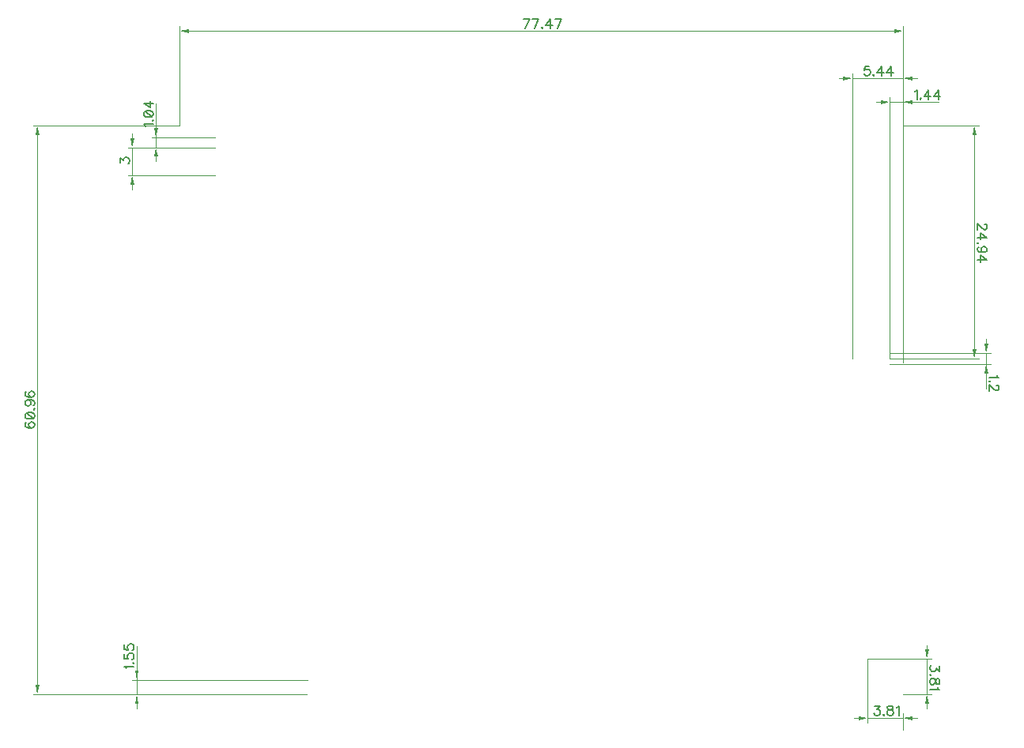
<source format=gbr>
G04 DipTrace 3.3.0.1*
G04 TopDimension.gbr*
%MOMM*%
G04 #@! TF.FileFunction,Drawing,Top*
G04 #@! TF.Part,Single*
%ADD13C,0.035*%
%ADD78C,0.15686*%
%FSLAX35Y35*%
G04*
G71*
G90*
G75*
G01*
G04 TopDimension*
%LPD*%
X1000000Y7096000D2*
D13*
Y8162000D1*
X8747000Y7096000D2*
Y8162000D1*
X4873500Y8112000D2*
X1100000D1*
G36*
X1000000D2*
X1100000Y8132000D1*
Y8092000D1*
X1000000Y8112000D1*
G37*
X4873500D2*
D13*
X8647000D1*
G36*
X8747000D2*
X8647000Y8092000D1*
Y8132000D1*
X8747000Y8112000D1*
G37*
X1000000Y7096000D2*
D13*
X-574000D1*
X1000000Y1000000D2*
X-574000D1*
X-524000Y4048000D2*
Y6996000D1*
G36*
Y7096000D2*
X-504000Y6996000D1*
X-544000D1*
X-524000Y7096000D1*
G37*
Y4048000D2*
D13*
Y1100000D1*
G36*
Y1000000D2*
X-544000Y1100000D1*
X-504000D1*
X-524000Y1000000D1*
G37*
X1381000Y6865000D2*
D13*
X442000D1*
X1381000Y6565000D2*
X442000D1*
X492000Y6865000D2*
Y6565000D1*
Y7015000D2*
Y6965000D1*
G36*
Y6865000D2*
X472000Y6965000D1*
X512000D1*
X492000Y6865000D1*
G37*
Y6415000D2*
D13*
Y6465000D1*
G36*
Y6565000D2*
X512000Y6465000D1*
X472000D1*
X492000Y6565000D1*
G37*
X1381000Y6865000D2*
D13*
X696000D1*
X1381000Y6969000D2*
X696000D1*
X746000D2*
Y6865000D1*
Y7119000D2*
Y7069000D1*
G36*
Y6969000D2*
X726000Y7069000D1*
X766000D1*
X746000Y6969000D1*
G37*
Y6715000D2*
D13*
Y6765000D1*
G36*
Y6865000D2*
X766000Y6765000D1*
X726000D1*
X746000Y6865000D1*
G37*
Y7338205D2*
D13*
Y6969000D1*
X8603000Y4662000D2*
X9686000D1*
X8603000Y4542000D2*
X9686000D1*
X9636000Y4662000D2*
Y4542000D1*
Y4812000D2*
Y4762000D1*
G36*
Y4662000D2*
X9616000Y4762000D1*
X9656000D1*
X9636000Y4662000D1*
G37*
Y4392000D2*
D13*
Y4442000D1*
G36*
Y4542000D2*
X9656000Y4442000D1*
X9616000D1*
X9636000Y4542000D1*
G37*
Y4277055D2*
D13*
Y4662000D1*
X8366000Y1381000D2*
Y696000D1*
X8747000Y619000D2*
Y796000D1*
X8366000Y746000D2*
X8747000D1*
X8216000D2*
X8266000D1*
G36*
X8366000D2*
X8266000Y726000D1*
Y766000D1*
X8366000Y746000D1*
G37*
X8897000D2*
D13*
X8847000D1*
G36*
X8747000D2*
X8847000Y766000D1*
Y726000D1*
X8747000Y746000D1*
G37*
X8366000Y1381000D2*
D13*
X9051000D1*
X8747000Y1000000D2*
X9051000D1*
X9001000Y1381000D2*
Y1000000D1*
Y1531000D2*
Y1481000D1*
G36*
Y1381000D2*
X8981000Y1481000D1*
X9021000D1*
X9001000Y1381000D1*
G37*
Y850000D2*
D13*
Y900000D1*
G36*
Y1000000D2*
X9021000Y900000D1*
X8981000D1*
X9001000Y1000000D1*
G37*
X8603000Y4602000D2*
D13*
X9559000D1*
X8747000Y7096000D2*
X9559000D1*
X9509000Y5849000D2*
Y4702000D1*
G36*
Y4602000D2*
X9489000Y4702000D1*
X9529000D1*
X9509000Y4602000D1*
G37*
Y5849000D2*
D13*
Y6996000D1*
G36*
Y7096000D2*
X9529000Y6996000D1*
X9489000D1*
X9509000Y7096000D1*
G37*
X8603000Y4602000D2*
D13*
Y7400000D1*
X8747000Y4683000D2*
Y7400000D1*
X8603000Y7350000D2*
X8747000D1*
X8453000D2*
X8503000D1*
G36*
X8603000D2*
X8503000Y7330000D1*
Y7370000D1*
X8603000Y7350000D1*
G37*
X8897000D2*
D13*
X8847000D1*
G36*
X8747000D2*
X8847000Y7370000D1*
Y7330000D1*
X8747000Y7350000D1*
G37*
X9121035D2*
D13*
X8747000D1*
X8203000Y4602000D2*
Y7654000D1*
X8747000Y4556000D2*
Y7654000D1*
X8203000Y7604000D2*
X8747000D1*
X8053000D2*
X8103000D1*
G36*
X8203000D2*
X8103000Y7584000D1*
Y7624000D1*
X8203000Y7604000D1*
G37*
X8897000D2*
D13*
X8847000D1*
G36*
X8747000D2*
X8847000Y7624000D1*
Y7584000D1*
X8747000Y7604000D1*
G37*
X2360653Y999440D2*
D13*
X488977D1*
X2363953Y1154420D2*
X488977D1*
X538977D2*
Y999440D1*
Y1304420D2*
Y1254420D1*
G36*
Y1154420D2*
X518977Y1254420D1*
X558977D1*
X538977Y1154420D1*
G37*
Y849440D2*
D13*
Y899440D1*
G36*
Y999440D2*
X558977Y899440D1*
X518977D1*
X538977Y999440D1*
G37*
Y1518796D2*
D13*
Y1154420D1*
X4694610Y8143015D2*
D78*
X4743240Y8244991D1*
X4675181D1*
X4794041Y8143015D2*
X4842671Y8244991D1*
X4774612D1*
X4878872Y8152786D2*
X4874043Y8147845D1*
X4878872Y8143015D1*
X4883814Y8147845D1*
X4878872Y8152786D1*
X4963816Y8143015D2*
Y8244991D1*
X4915186Y8177045D1*
X4988074D1*
X5038876Y8143015D2*
X5087505Y8244991D1*
X5019447D1*
X-642503Y3917740D2*
X-652161Y3912910D1*
X-656991Y3898310D1*
Y3888652D1*
X-652161Y3874052D1*
X-637561Y3864281D1*
X-613303Y3859452D1*
X-589045D1*
X-569615Y3864281D1*
X-559845Y3874052D1*
X-555015Y3888652D1*
Y3893481D1*
X-559845Y3907969D1*
X-569615Y3917740D1*
X-584215Y3922569D1*
X-589045D1*
X-603645Y3917740D1*
X-613303Y3907969D1*
X-618132Y3893481D1*
Y3888652D1*
X-613303Y3874052D1*
X-603645Y3864281D1*
X-589045Y3859452D1*
X-656991Y3983141D2*
X-652161Y3968541D1*
X-637561Y3958771D1*
X-613303Y3953941D1*
X-598703D1*
X-574445Y3958771D1*
X-559845Y3968541D1*
X-555015Y3983141D1*
Y3992800D1*
X-559845Y4007400D1*
X-574445Y4017058D1*
X-598703Y4022000D1*
X-613303D1*
X-637561Y4017058D1*
X-652161Y4007400D1*
X-656991Y3992800D1*
Y3983141D1*
X-637561Y4017058D2*
X-574445Y3958771D1*
X-564786Y4058202D2*
X-559845Y4053372D1*
X-555015Y4058202D1*
X-559845Y4063143D1*
X-564786Y4058202D1*
X-623074Y4157745D2*
X-608474Y4152803D1*
X-598703Y4143145D1*
X-593874Y4128545D1*
Y4123716D1*
X-598703Y4109116D1*
X-608474Y4099457D1*
X-623074Y4094516D1*
X-627903D1*
X-642503Y4099457D1*
X-652161Y4109116D1*
X-656991Y4123716D1*
Y4128545D1*
X-652161Y4143145D1*
X-642503Y4152803D1*
X-623074Y4157745D1*
X-598703D1*
X-574445Y4152803D1*
X-559845Y4143145D1*
X-555015Y4128545D1*
Y4118886D1*
X-559845Y4104286D1*
X-569615Y4099457D1*
X-642503Y4247405D2*
X-652161Y4242576D1*
X-656991Y4227976D1*
Y4218317D1*
X-652161Y4203717D1*
X-637561Y4193947D1*
X-613303Y4189117D1*
X-589045D1*
X-569615Y4193947D1*
X-559845Y4203717D1*
X-555015Y4218317D1*
Y4223147D1*
X-559845Y4237634D1*
X-569615Y4247405D1*
X-584215Y4252234D1*
X-589045D1*
X-603645Y4247405D1*
X-613303Y4237634D1*
X-618132Y4223147D1*
Y4218317D1*
X-613303Y4203717D1*
X-603645Y4193947D1*
X-589045Y4189117D1*
X359009Y6698585D2*
Y6751931D1*
X397868Y6722843D1*
Y6737443D1*
X402697Y6747102D1*
X407526Y6751931D1*
X422126Y6756872D1*
X431785D1*
X446385Y6751931D1*
X456155Y6742272D1*
X460985Y6727672D1*
Y6713072D1*
X456155Y6698585D1*
X451214Y6693755D1*
X441555Y6688814D1*
X632439Y7092529D2*
X627497Y7102300D1*
X613009Y7116900D1*
X714985D1*
X705214Y7153102D2*
X710155Y7148273D1*
X714985Y7153102D1*
X710155Y7158043D1*
X705214Y7153102D1*
X613009Y7218616D2*
X617839Y7204016D1*
X632439Y7194245D1*
X656697Y7189416D1*
X671297D1*
X695555Y7194245D1*
X710155Y7204016D1*
X714985Y7218616D1*
Y7228275D1*
X710155Y7242875D1*
X695555Y7252533D1*
X671297Y7257475D1*
X656697D1*
X632439Y7252533D1*
X617839Y7242875D1*
X613009Y7228275D1*
Y7218616D1*
X632439Y7252533D2*
X695555Y7194245D1*
X714985Y7337476D2*
X613009D1*
X680955Y7288847D1*
Y7361735D1*
X9749561Y4418471D2*
X9754503Y4408700D1*
X9768991Y4394100D1*
X9667015D1*
X9676786Y4357898D2*
X9671845Y4362727D1*
X9667015Y4357898D1*
X9671845Y4352957D1*
X9676786Y4357898D1*
X9744732Y4316642D2*
X9749561D1*
X9759332Y4311813D1*
X9764161Y4306984D1*
X9768991Y4297213D1*
Y4277784D1*
X9764161Y4268125D1*
X9759332Y4263296D1*
X9749561Y4258355D1*
X9739903D1*
X9730132Y4263296D1*
X9715645Y4272955D1*
X9667015Y4321584D1*
Y4253525D1*
X8441982Y878991D2*
X8495328D1*
X8466240Y840132D1*
X8480840D1*
X8490499Y835303D1*
X8495328Y830474D1*
X8500270Y815874D1*
Y806215D1*
X8495328Y791615D1*
X8485670Y781845D1*
X8471070Y777015D1*
X8456470D1*
X8441982Y781845D1*
X8437153Y786786D1*
X8432211Y796445D1*
X8536471Y786786D2*
X8531642Y781845D1*
X8536471Y777015D1*
X8541413Y781845D1*
X8536471Y786786D1*
X8597044Y878991D2*
X8582556Y874161D1*
X8577615Y864503D1*
Y854732D1*
X8582556Y845074D1*
X8592215Y840132D1*
X8611644Y835303D1*
X8626244Y830474D1*
X8635902Y820703D1*
X8640732Y811045D1*
Y796445D1*
X8635902Y786786D1*
X8631073Y781845D1*
X8616473Y777015D1*
X8597044D1*
X8582556Y781845D1*
X8577615Y786786D1*
X8572786Y796445D1*
Y811045D1*
X8577615Y820703D1*
X8587386Y830474D1*
X8601873Y835303D1*
X8621302Y840132D1*
X8631073Y845074D1*
X8635902Y854732D1*
Y864503D1*
X8631073Y874161D1*
X8616473Y878991D1*
X8597044D1*
X8672104Y859561D2*
X8681875Y864503D1*
X8696475Y878991D1*
Y777015D1*
X9133991Y1305018D2*
Y1251672D1*
X9095132Y1280760D1*
Y1266160D1*
X9090303Y1256501D1*
X9085474Y1251672D1*
X9070874Y1246730D1*
X9061215D1*
X9046615Y1251672D1*
X9036845Y1261330D1*
X9032015Y1275930D1*
Y1290530D1*
X9036845Y1305018D1*
X9041786Y1309847D1*
X9051445Y1314789D1*
X9041786Y1210529D2*
X9036845Y1215358D1*
X9032015Y1210529D1*
X9036845Y1205587D1*
X9041786Y1210529D1*
X9133991Y1149956D2*
X9129161Y1164444D1*
X9119503Y1169385D1*
X9109732D1*
X9100074Y1164444D1*
X9095132Y1154785D1*
X9090303Y1135356D1*
X9085474Y1120756D1*
X9075703Y1111098D1*
X9066045Y1106268D1*
X9051445D1*
X9041786Y1111098D1*
X9036845Y1115927D1*
X9032015Y1130527D1*
Y1149956D1*
X9036845Y1164444D1*
X9041786Y1169385D1*
X9051445Y1174214D1*
X9066045D1*
X9075703Y1169385D1*
X9085474Y1159614D1*
X9090303Y1145127D1*
X9095132Y1125698D1*
X9100074Y1115927D1*
X9109732Y1111098D1*
X9119503D1*
X9129161Y1115927D1*
X9133991Y1130527D1*
Y1149956D1*
X9114561Y1074896D2*
X9119503Y1065125D1*
X9133991Y1050525D1*
X9032015D1*
X9617732Y6042377D2*
X9622561D1*
X9632332Y6037548D1*
X9637161Y6032719D1*
X9641991Y6022948D1*
Y6003519D1*
X9637161Y5993860D1*
X9632332Y5989031D1*
X9622561Y5984090D1*
X9612903D1*
X9603132Y5989031D1*
X9588645Y5998690D1*
X9540015Y6047319D1*
Y5979260D1*
Y5899259D2*
X9641991D1*
X9574045Y5947888D1*
Y5875000D1*
X9549786Y5838798D2*
X9544845Y5843628D1*
X9540015Y5838798D1*
X9544845Y5833857D1*
X9549786Y5838798D1*
X9608074Y5739255D2*
X9593474Y5744197D1*
X9583703Y5753855D1*
X9578874Y5768455D1*
Y5773284D1*
X9583703Y5787884D1*
X9593474Y5797543D1*
X9608074Y5802484D1*
X9612903D1*
X9627503Y5797543D1*
X9637161Y5787884D1*
X9641991Y5773284D1*
Y5768455D1*
X9637161Y5753855D1*
X9627503Y5744197D1*
X9608074Y5739255D1*
X9583703D1*
X9559445Y5744197D1*
X9544845Y5753855D1*
X9540015Y5768455D1*
Y5778114D1*
X9544845Y5792714D1*
X9554615Y5797543D1*
X9540015Y5659253D2*
X9641991D1*
X9574045Y5707883D1*
Y5634995D1*
X8870529Y7463561D2*
X8880300Y7468503D1*
X8894900Y7482991D1*
Y7381015D1*
X8931102Y7390786D2*
X8926273Y7385845D1*
X8931102Y7381015D1*
X8936043Y7385845D1*
X8931102Y7390786D1*
X9016045Y7381015D2*
Y7482991D1*
X8967416Y7415045D1*
X9040304D1*
X9120306Y7381015D2*
Y7482991D1*
X9071676Y7415045D1*
X9144564D1*
X8382270Y7736991D2*
X8333753D1*
X8328924Y7693303D1*
X8333753Y7698132D1*
X8348353Y7703074D1*
X8362840D1*
X8377440Y7698132D1*
X8387211Y7688474D1*
X8392040Y7673874D1*
Y7664215D1*
X8387211Y7649615D1*
X8377440Y7639845D1*
X8362840Y7635015D1*
X8348353D1*
X8333753Y7639845D1*
X8328924Y7644786D1*
X8323982Y7654445D1*
X8428242Y7644786D2*
X8423413Y7639845D1*
X8428242Y7635015D1*
X8433184Y7639845D1*
X8428242Y7644786D1*
X8513186Y7635015D2*
Y7736991D1*
X8464556Y7669045D1*
X8537444D1*
X8617446Y7635015D2*
Y7736991D1*
X8568817Y7669045D1*
X8641704D1*
X425415Y1277949D2*
X420474Y1287720D1*
X405986Y1302320D1*
X507961D1*
X498191Y1338522D2*
X503132Y1333693D1*
X507961Y1338522D1*
X503132Y1343463D1*
X498191Y1338522D1*
X405986Y1433124D2*
Y1384607D1*
X449674Y1379778D1*
X444844Y1384607D1*
X439903Y1399207D1*
Y1413695D1*
X444844Y1428295D1*
X454503Y1438065D1*
X469103Y1442895D1*
X478761D1*
X493361Y1438065D1*
X503132Y1428295D1*
X507961Y1413695D1*
Y1399207D1*
X503132Y1384607D1*
X498191Y1379778D1*
X488532Y1374836D1*
X405986Y1532555D2*
Y1484038D1*
X449674Y1479209D1*
X444844Y1484038D1*
X439903Y1498638D1*
Y1513126D1*
X444844Y1527726D1*
X454503Y1537496D1*
X469103Y1542326D1*
X478761D1*
X493361Y1537496D1*
X503132Y1527726D1*
X507961Y1513126D1*
Y1498638D1*
X503132Y1484038D1*
X498191Y1479209D1*
X488532Y1474267D1*
M02*

</source>
